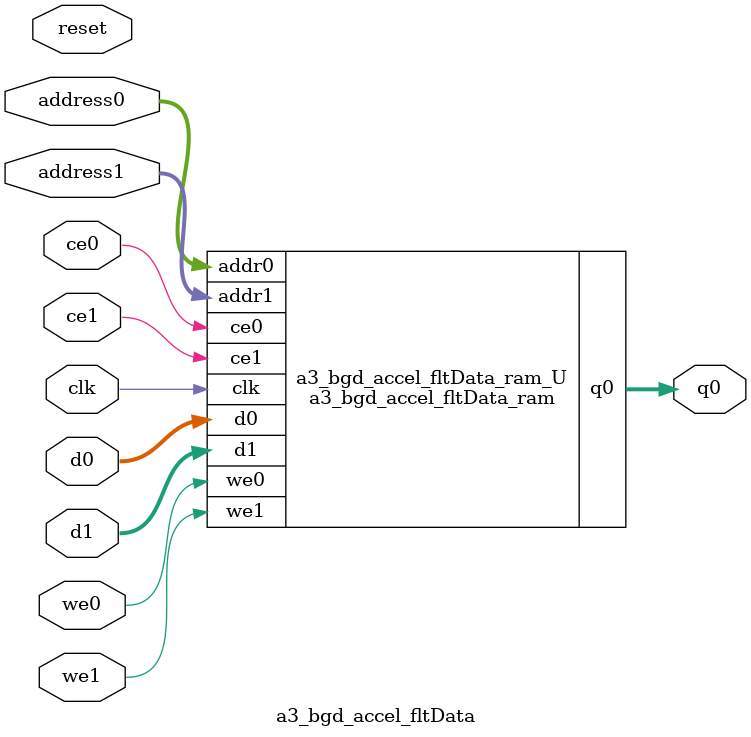
<source format=v>
`timescale 1 ns / 1 ps
module a3_bgd_accel_fltData_ram (addr0, ce0, d0, we0, q0, addr1, ce1, d1, we1,  clk);

parameter DWIDTH = 32;
parameter AWIDTH = 12;
parameter MEM_SIZE = 3925;

input[AWIDTH-1:0] addr0;
input ce0;
input[DWIDTH-1:0] d0;
input we0;
output reg[DWIDTH-1:0] q0;
input[AWIDTH-1:0] addr1;
input ce1;
input[DWIDTH-1:0] d1;
input we1;
input clk;

(* ram_style = "block" *)reg [DWIDTH-1:0] ram[0:MEM_SIZE-1];




always @(posedge clk)  
begin 
    if (ce0) 
    begin
        if (we0) 
        begin 
            ram[addr0] <= d0; 
        end 
        q0 <= ram[addr0];
    end
end


always @(posedge clk)  
begin 
    if (ce1) 
    begin
        if (we1) 
        begin 
            ram[addr1] <= d1; 
        end 
    end
end


endmodule

`timescale 1 ns / 1 ps
module a3_bgd_accel_fltData(
    reset,
    clk,
    address0,
    ce0,
    we0,
    d0,
    q0,
    address1,
    ce1,
    we1,
    d1);

parameter DataWidth = 32'd32;
parameter AddressRange = 32'd3925;
parameter AddressWidth = 32'd12;
input reset;
input clk;
input[AddressWidth - 1:0] address0;
input ce0;
input we0;
input[DataWidth - 1:0] d0;
output[DataWidth - 1:0] q0;
input[AddressWidth - 1:0] address1;
input ce1;
input we1;
input[DataWidth - 1:0] d1;



a3_bgd_accel_fltData_ram a3_bgd_accel_fltData_ram_U(
    .clk( clk ),
    .addr0( address0 ),
    .ce0( ce0 ),
    .we0( we0 ),
    .d0( d0 ),
    .q0( q0 ),
    .addr1( address1 ),
    .ce1( ce1 ),
    .we1( we1 ),
    .d1( d1 ));

endmodule


</source>
